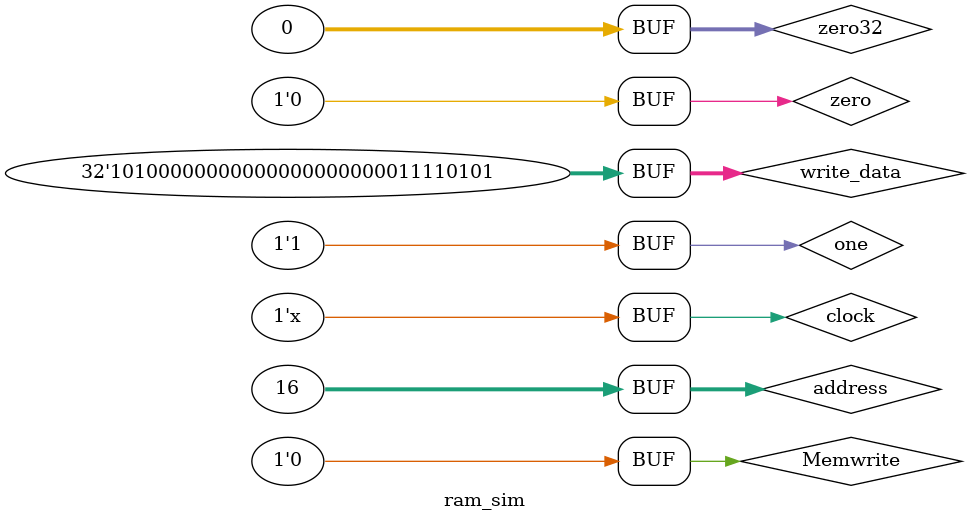
<source format=v>
`timescale 1ns / 1ps


module ram_sim ();

    // input
    reg[31:0] address = 32'h00000010;     //À´×ÔmemorioÄ£¿é£¬Ô´Í·ÊÇÀ´×ÔÖ´ÐÐµ¥ÔªËã³öµÄalu_result
    reg[31:0] write_data = 32'ha0000000;  //À´×ÔÒëÂëµ¥ÔªµÄread_data2
    reg  Memwrite = 1'b0;         //À´×Ô¿ØÖÆµ¥Ôª
    reg  clock = 1'b0; 
    reg  zero =1'b0;
    reg[31:0] zero32= 32'h00000000;
    reg one = 1'b1;   
    // output
    wire[31:0] read_data;

    dmemory32 Uram (
	    .ram_clk_i	(clock),
		.ram_wen_i	(Memwrite),		// À´×Ô¿ØÖÆµ¥Ôª
		.ram_adr_i	(address[15:2]),// À´×ÔmemorioÄ£¿é£¬Ô´Í·ÊÇÀ´×ÔÖ´ÐÐµ¥ÔªËã³öµÄalu_result
		.ram_dat_i	(write_data),	// À´×ÔÒëÂëµ¥ÔªµÄread_data2
		.ram_dat_o	(read_data),		// ´Ó´æ´¢Æ÷ÖÐ»ñµÃµÄÊý¾Ý
			// UART Programmer Pinouts
        .upg_rst_i  (zero),      // UPG reset (Active High)
        .upg_clk_i  (zero),      // UPG ram_clk_i (10MHz)
	    .upg_wen_i  (zero),		// UPG write enable
        .upg_adr_i   (zero32),		// UPG write address
        .upg_dat_i   (zero32),		// UPG write data
        .upg_done_i         (one)     // 1 if programming is finished
	);

    initial begin
      #200 begin write_data = 32'hA00000F5;Memwrite = 1'b1; end
      #200 Memwrite = 1'b0;
    end
    always #50 clock = ~clock;
	
endmodule

</source>
